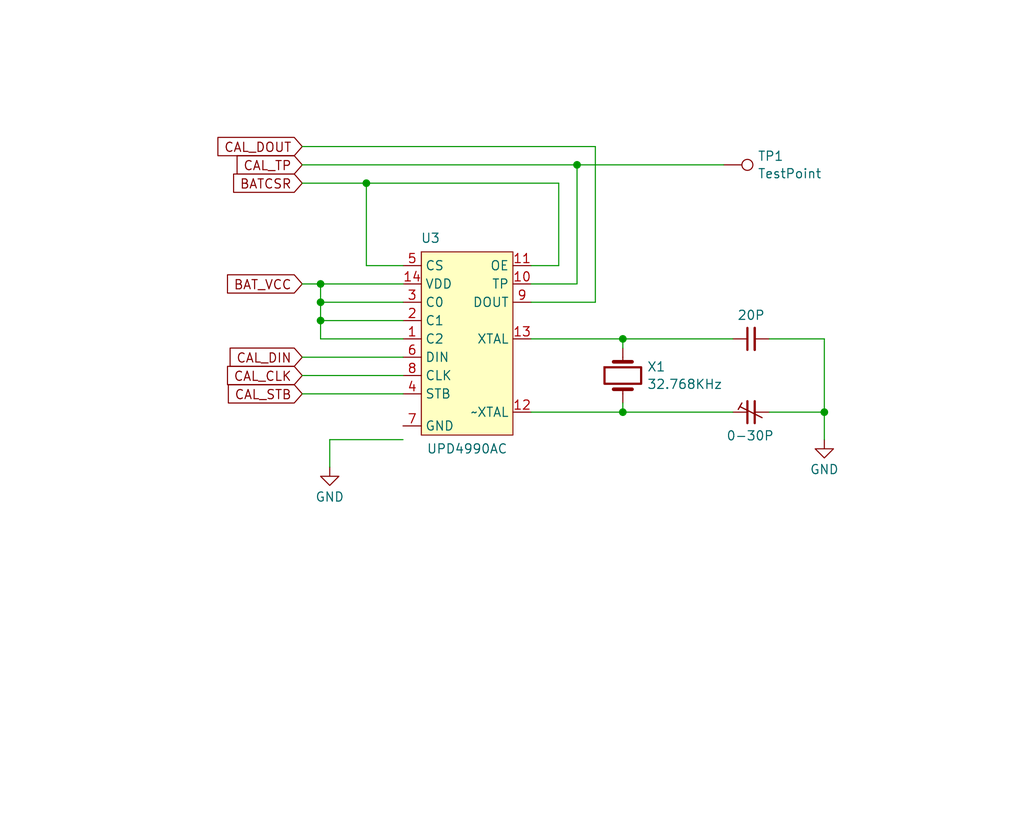
<source format=kicad_sch>
(kicad_sch (version 20230121) (generator eeschema)
  (paper "User" 141.986 115.392)
  (title_block (title "CLOCK") (date "2023-08-15") (company "SNK") (comment 3 "Converted by Frater ") (comment 4 "NEO-GEO MVS MV1F"))
  (lib_symbols
    (symbol "0-Custom-SNK:UPD4990AC"
      (property "Reference" "U" (at -5.715 13.335 0))
      (property "Value" "UPD4990AC" (at 0 -14.605 0))
      (symbol "UPD4990AC_0_0"
        (pin input line (at -8.89 0 0) (length 2.54) (name "C2") (number "1"))
        (pin output line (at 8.89 7.62 180) (length 2.54) (name "TP") (number "10"))
        (pin input line (at 8.89 10.16 180) (length 2.54) (name "OE") (number "11"))
        (pin input line (at 8.89 -10.16 180) (length 2.54) (name "~XTAL") (number "12"))
        (pin input line (at 8.89 0 180) (length 2.54) (name "XTAL") (number "13"))
        (pin power_in line (at -8.89 7.62 0) (length 2.54) (name "VDD") (number "14"))
        (pin input line (at -8.89 2.54 0) (length 2.54) (name "C1") (number "2"))
        (pin input line (at -8.89 5.08 0) (length 2.54) (name "C0") (number "3"))
        (pin input line (at -8.89 -7.62 0) (length 2.54) (name "STB") (number "4"))
        (pin input line (at -8.89 10.16 0) (length 2.54) (name "CS") (number "5"))
        (pin power_in line (at -8.89 -12.065 0) (length 2.54) (name "GND") (number "7"))
        (pin input line (at -8.89 -5.08 0) (length 2.54) (name "CLK") (number "8"))
      )
      (symbol "UPD4990AC_1_0"
        (pin input line (at -8.89 -2.54 0) (length 2.54) (name "DIN") (number "6"))
        (pin output line (at 8.89 5.08 180) (length 2.54) (name "DOUT") (number "9"))
      )
      (symbol "UPD4990AC_1_1"
        (rectangle (start -6.35 12.065) (end 6.35 -13.335) (fill (type background)))
      )
    )
    (symbol "Connector:TestPoint" (pin_numbers hide) (pin_names (offset 0.762) hide)
      (property "Reference" "TP" (at 0 6.858 0))
      (property "Value" "TestPoint" (at 0 5.08 0))
      (symbol "TestPoint_0_1"
        (circle (center 0 3.302) (radius 0.762))
      )
      (symbol "TestPoint_1_1"
        (pin passive line (at 0 0 90) (length 2.54) (name "1") (number "1"))
      )
    )
    (symbol "Device:C_Small" (pin_numbers hide) (pin_names (offset 0.254) hide)
      (property "Reference" "C" (at 0.254 1.778 0))
      (property "Value" "C_Small" (at 0.254 -2.032 0))
      (symbol "C_Small_0_1"
        (polyline (pts (xy -1.524 -0.508) (xy 1.524 -0.508)) (stroke (width 0.3302)))
        (polyline (pts (xy -1.524 0.508) (xy 1.524 0.508)) (stroke (width 0.3048)))
      )
      (symbol "C_Small_1_1"
        (pin passive line (at 0 2.54 270) (length 2.032) (name "~") (number "1"))
        (pin passive line (at 0 -2.54 90) (length 2.032) (name "~") (number "2"))
      )
    )
    (symbol "Device:C_Trim_Small" (pin_numbers hide) (pin_names (offset 0.254) hide)
      (property "Value" "0-30P" (at -3.2695 0.127 90))
      (symbol "C_Trim_Small_0_1"
        (polyline (pts (xy -1.524 -0.508) (xy 1.524 -0.508)) (stroke (width 0.3048)))
        (polyline (pts (xy -1.524 0.508) (xy 1.524 0.508)) (stroke (width 0.3048)))
        (polyline (pts (xy 0.762 1.524) (xy -0.762 -1.524)) (stroke (width 0.1778)))
        (polyline (pts (xy 1.27 1.27) (xy 0.381 1.778)) (stroke (width 0.1778)))
      )
      (symbol "C_Trim_Small_1_1"
        (pin passive line (at 0 2.54 270) (length 2.032) (name "~") (number "1"))
        (pin passive line (at 0 -2.54 90) (length 2.032) (name "~") (number "2"))
      )
    )
    (symbol "Device:Crystal" (pin_numbers hide) (pin_names (offset 1.016) hide)
      (property "Reference" "Y" (at 0 3.81 0))
      (property "Value" "Crystal" (at 0 -3.81 0))
      (symbol "Crystal_0_1"
        (rectangle (start -1.143 2.54) (end 1.143 -2.54) (stroke (width 0.3048)))
        (polyline (pts (xy -2.54 0) (xy -1.905 0)))
        (polyline (pts (xy -1.905 -1.27) (xy -1.905 1.27)) (stroke (width 0.508)))
        (polyline (pts (xy 1.905 -1.27) (xy 1.905 1.27)) (stroke (width 0.508)))
        (polyline (pts (xy 2.54 0) (xy 1.905 0)))
      )
      (symbol "Crystal_1_1"
        (pin passive line (at -3.81 0 0) (length 1.27) (name "1") (number "1"))
        (pin passive line (at 3.81 0 180) (length 1.27) (name "2") (number "2"))
      )
    )
    (symbol "power:GND" (power) (pin_names (offset 0))
      (property "Value" "GND" (at 0 -3.81 0))
      (symbol "GND_0_1"
        (polyline (pts (xy 0 0) (xy 0 -1.27) (xy 1.27 -1.27) (xy 0 -2.54) (xy -1.27 -1.27) (xy 0 -1.27)))
      )
      (symbol "GND_1_1"
        (pin power_in line (at 0 0 270) (length 0) hide (name "GND") (number "1"))
      )
    )
  )
  (junction (at 114.3 57.15))
  (junction (at 44.45 41.91))
  (junction (at 50.8 25.4))
  (junction (at 44.45 44.45))
  (junction (at 86.36 46.99))
  (junction (at 86.36 57.15))
  (junction (at 80.01 22.86))
  (junction (at 44.45 39.37))
  (wire (pts (xy 44.45 44.45) (xy 55.88 44.45)))
  (wire (pts (xy 114.3 57.15) (xy 114.3 60.96)))
  (wire (pts (xy 44.45 44.45) (xy 44.45 46.99)))
  (wire (pts (xy 101.6 46.99) (xy 86.36 46.99)))
  (wire (pts (xy 44.45 39.37) (xy 44.45 41.91)))
  (wire (pts (xy 80.01 22.86) (xy 100.33 22.86)))
  (wire (pts (xy 77.47 36.83) (xy 77.47 25.4)))
  (wire (pts (xy 86.36 55.88) (xy 86.36 57.15)))
  (wire (pts (xy 73.66 46.99) (xy 86.36 46.99)))
  (wire (pts (xy 41.91 39.37) (xy 44.45 39.37)))
  (wire (pts (xy 44.45 41.91) (xy 44.45 44.45)))
  (wire (pts (xy 106.68 46.99) (xy 114.3 46.99)))
  (wire (pts (xy 80.01 22.86) (xy 80.01 39.37)))
  (wire (pts (xy 86.36 57.15) (xy 73.66 57.15)))
  (wire (pts (xy 45.72 64.77) (xy 45.72 60.96)))
  (wire (pts (xy 55.88 52.07) (xy 41.91 52.07)))
  (wire (pts (xy 55.88 54.61) (xy 41.91 54.61)))
  (wire (pts (xy 86.36 46.99) (xy 86.36 48.26)))
  (wire (pts (xy 50.8 36.83) (xy 55.88 36.83)))
  (wire (pts (xy 114.3 57.15) (xy 106.68 57.15)))
  (wire (pts (xy 86.36 57.15) (xy 101.6 57.15)))
  (wire (pts (xy 82.55 20.32) (xy 41.91 20.32)))
  (wire (pts (xy 55.88 49.53) (xy 41.91 49.53)))
  (wire (pts (xy 114.3 46.99) (xy 114.3 57.15)))
  (wire (pts (xy 41.91 22.86) (xy 80.01 22.86)))
  (wire (pts (xy 41.91 25.4) (xy 50.8 25.4)))
  (wire (pts (xy 55.88 46.99) (xy 44.45 46.99)))
  (wire (pts (xy 50.8 25.4) (xy 77.47 25.4)))
  (wire (pts (xy 82.55 41.91) (xy 82.55 20.32)))
  (wire (pts (xy 44.45 41.91) (xy 55.88 41.91)))
  (wire (pts (xy 45.72 60.96) (xy 55.88 60.96)))
  (wire (pts (xy 73.66 41.91) (xy 82.55 41.91)))
  (wire (pts (xy 73.66 36.83) (xy 77.47 36.83)))
  (wire (pts (xy 50.8 25.4) (xy 50.8 36.83)))
  (wire (pts (xy 73.66 39.37) (xy 80.01 39.37)))
  (wire (pts (xy 44.45 39.37) (xy 55.88 39.37)))
  (global_label "CAL_DOUT" (shape input) (at 41.91 20.32 180) (property "Intersheetrefs" "${INTERSHEET_REFS}" (at 29.6719 20.32 0) (effects (justify right))))
  (global_label "BATCSR" (shape input) (at 41.91 25.4 180) (property "Intersheetrefs" "${INTERSHEET_REFS}" (at 31.8491 25.4 0) (effects (justify right))))
  (global_label "BAT_VCC" (shape input) (at 41.91 39.37 180) (property "Intersheetrefs" "${INTERSHEET_REFS}" (at 31.97 39.37 0) (effects (justify right))))
  (global_label "CAL_CLK" (shape input) (at 41.91 52.07 180) (property "Intersheetrefs" "${INTERSHEET_REFS}" (at 31.0024 52.07 0) (effects (justify right))))
  (global_label "CAL_TP" (shape input) (at 41.91 22.86 180) (property "Intersheetrefs" "${INTERSHEET_REFS}" (at 32.3329 22.86 0) (effects (justify right))))
  (global_label "CAL_DIN" (shape input) (at 41.91 49.53 180) (property "Intersheetrefs" "${INTERSHEET_REFS}" (at 31.3652 49.53 0) (effects (justify right))))
  (global_label "CAL_STB" (shape input) (at 41.91 54.61 180) (property "Intersheetrefs" "${INTERSHEET_REFS}" (at 31.1234 54.61 0) (effects (justify right))))
  (symbol (lib_id "power:GND") (at 45.72 64.77 0) (unit 1)
    (property "Reference" "#PWR025" (effects hide))
    (property "Value" "GND" (at 45.72 68.9031 0))
    (instances (project "MVS" (path "" (reference "#PWR025") (unit 1)) (path "" (reference "#PWR010") (unit 1))))
  )
  (symbol (lib_id "Device:C_Small") (at 104.14 46.99 90) (unit 1)
    (property "Reference" "C2" (effects hide))
    (property "Value" "20P" (at 104.1463 43.7078 90))
  )
  (symbol (lib_id "0-Custom-SNK:UPD4990AC") (at 64.77 46.99 0) (unit 1)
    (property "Reference" "U3" (at 59.69 33.02 0))
    (property "Value" "UPD4990AC" (at 64.77 62.23 0))
    (property "Footprint" "Package_DIP:DIP-14_W7.62mm" (effects hide))
    (property "Datasheet" "https://pdf1.alldatasheet.com/datasheet-pdf/download/6956/NEC/UPD4990AC.html" (effects hide))
    (instances (project "MVS" (path "" (reference "U3") (unit 1)) (path "" (reference "3A1") (unit 1))))
  )
  (symbol (lib_id "Device:Crystal") (at 86.36 52.07 90) (unit 1)
    (property "Reference" "X1" (at 89.6874 50.8579 90) (effects (justify right)))
    (property "Value" "32.768KHz" (at 89.6874 53.2821 90) (effects (justify right)))
  )
  (symbol (lib_id "Device:C_Trim_Small") (at 104.14 57.15 90) (unit 1)
    (property "Reference" "C3" (effects hide))
    (property "Value" "0-30P" (at 104.013 60.4195 90))
  )
  (symbol (lib_id "power:GND") (at 114.3 60.96 0) (unit 1)
    (property "Reference" "#PWR026" (effects hide))
    (property "Value" "GND" (at 114.3 65.0931 0))
    (instances (project "MVS" (path "" (reference "#PWR026") (unit 1)) (path "" (reference "#PWR011") (unit 1))))
  )
  (symbol (lib_id "Connector:TestPoint") (at 100.33 22.86 270) (unit 1)
    (property "Reference" "TP1" (at 105.029 21.6479 90) (effects (justify left)))
    (property "Value" "TestPoint" (at 105.029 24.0721 90) (effects (justify left)))
  )
)
</source>
